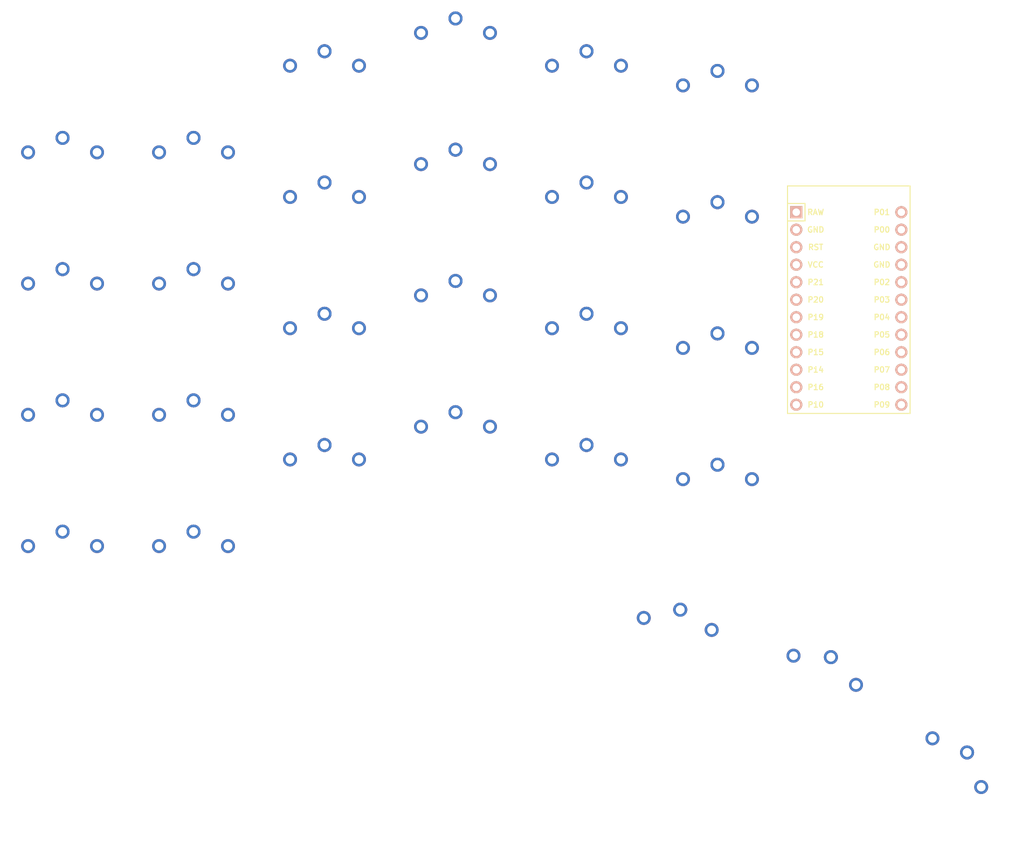
<source format=kicad_pcb>
(kicad_pcb (version 20221018) (generator pcbnew)
  (title_block (title "simple_split") (rev "v1.0.0") (company "Unknown"))
  (layers (0 "F.Cu" signal) (31 "B.Cu" signal) (34 "B.Paste" user) (35 "F.Paste" user) (36 "B.SilkS" user "B.Silkscreen") (37 "F.SilkS" user "F.Silkscreen") (38 "B.Mask" user) (39 "F.Mask" user) (44 "Edge.Cuts" user))
  (net 0 "")
  (net 1 "GND")
  (net 2 "matrix_outer_bottom")
  (net 3 "matrix_outer_home")
  (net 4 "matrix_outer_top")
  (net 5 "matrix_outer_numbers")
  (net 6 "matrix_pinky_bottom")
  (net 7 "matrix_pinky_home")
  (net 8 "matrix_pinky_top")
  (net 9 "matrix_pinky_numbers")
  (net 10 "matrix_ring_bottom")
  (net 11 "matrix_ring_home")
  (net 12 "matrix_ring_top")
  (net 13 "matrix_ring_numbers")
  (net 14 "matrix_middle_bottom")
  (net 15 "matrix_middle_home")
  (net 16 "matrix_middle_top")
  (net 17 "matrix_middle_numbers")
  (net 18 "matrix_index_bottom")
  (net 19 "matrix_index_home")
  (net 20 "matrix_index_top")
  (net 21 "matrix_index_numbers")
  (net 22 "matrix_inner_bottom")
  (net 23 "matrix_inner_home")
  (net 24 "matrix_inner_top")
  (net 25 "matrix_inner_numbers")
  (net 26 "thumb_tucky")
  (net 27 "thumb_reachy")
  (net 28 "thumb_reacher")
  (net 29 "RAW")
  (net 30 "RST")
  (net 31 "VCC")
  (net 32 "P0")
  (footprint "PG1350" (layer "F.Cu") (at 170.28 150.6855)
    (fp_text reference "S6" hide)
    (fp_text value "" hide)
    (pad "" np_thru_hole circle (at -5.5 0) (size 1.7018 1.7018) (drill 1.7018) (layers "*.Cu" "*.Mask"))
    (pad "" np_thru_hole circle (at 0 0) (size 3.429 3.429) (drill 3.429) (layers "*.Cu" "*.Mask"))
    (pad "" np_thru_hole circle (at 5.5 0) (size 1.7018 1.7018) (drill 1.7018) (layers "*.Cu" "*.Mask"))
    (pad "1" thru_hole circle (at -5 -3.8) (size 2.032 2.032) (drill 1.27) (layers "*.Cu" "*.Mask") (net 1 "GND"))
    (pad "1" thru_hole circle (at 5 -3.8) (size 2.032 2.032) (drill 1.27) (layers "*.Cu" "*.Mask") (net 1 "GND"))
    (pad "2" thru_hole circle (at 0 -5.9) (size 2.032 2.032) (drill 1.27) (layers "*.Cu" "*.Mask") (net 7 "matrix_pinky_home"))
    (pad "2" thru_hole circle (at 0 -5.9) (size 2.032 2.032) (drill 1.27) (layers "*.Cu" "*.Mask") (net 7 "matrix_pinky_home"))
  )
  (footprint "PG1350" (layer "F.Cu") (at 227.28 119.0625)
    (fp_text reference "S19" hide)
    (fp_text value "" hide)
    (pad "" np_thru_hole circle (at -5.5 0) (size 1.7018 1.7018) (drill 1.7018) (layers "*.Cu" "*.Mask"))
    (pad "" np_thru_hole circle (at 0 0) (size 3.429 3.429) (drill 3.429) (layers "*.Cu" "*.Mask"))
    (pad "" np_thru_hole circle (at 5.5 0) (size 1.7018 1.7018) (drill 1.7018) (layers "*.Cu" "*.Mask"))
    (pad "1" thru_hole circle (at -5 -3.8) (size 2.032 2.032) (drill 1.27) (layers "*.Cu" "*.Mask") (net 1 "GND"))
    (pad "1" thru_hole circle (at 5 -3.8) (size 2.032 2.032) (drill 1.27) (layers "*.Cu" "*.Mask") (net 1 "GND"))
    (pad "2" thru_hole circle (at 0 -5.9) (size 2.032 2.032) (drill 1.27) (layers "*.Cu" "*.Mask") (net 20 "matrix_index_top"))
    (pad "2" thru_hole circle (at 0 -5.9) (size 2.032 2.032) (drill 1.27) (layers "*.Cu" "*.Mask") (net 20 "matrix_index_top"))
  )
  (footprint "PG1350" (layer "F.Cu") (at 208.28 152.4)
    (fp_text reference "S13" hide)
    (fp_text value "" hide)
    (pad "" np_thru_hole circle (at -5.5 0) (size 1.7018 1.7018) (drill 1.7018) (layers "*.Cu" "*.Mask"))
    (pad "" np_thru_hole circle (at 0 0) (size 3.429 3.429) (drill 3.429) (layers "*.Cu" "*.Mask"))
    (pad "" np_thru_hole circle (at 5.5 0) (size 1.7018 1.7018) (drill 1.7018) (layers "*.Cu" "*.Mask"))
    (pad "1" thru_hole circle (at -5 -3.8) (size 2.032 2.032) (drill 1.27) (layers "*.Cu" "*.Mask") (net 1 "GND"))
    (pad "1" thru_hole circle (at 5 -3.8) (size 2.032 2.032) (drill 1.27) (layers "*.Cu" "*.Mask") (net 1 "GND"))
    (pad "2" thru_hole circle (at 0 -5.9) (size 2.032 2.032) (drill 1.27) (layers "*.Cu" "*.Mask") (net 14 "matrix_middle_bottom"))
    (pad "2" thru_hole circle (at 0 -5.9) (size 2.032 2.032) (drill 1.27) (layers "*.Cu" "*.Mask") (net 14 "matrix_middle_bottom"))
  )
  (footprint "PG1350" (layer "F.Cu") (at 151.28 150.6855)
    (fp_text reference "S2" hide)
    (fp_text value "" hide)
    (pad "" np_thru_hole circle (at -5.5 0) (size 1.7018 1.7018) (drill 1.7018) (layers "*.Cu" "*.Mask"))
    (pad "" np_thru_hole circle (at 0 0) (size 3.429 3.429) (drill 3.429) (layers "*.Cu" "*.Mask"))
    (pad "" np_thru_hole circle (at 5.5 0) (size 1.7018 1.7018) (drill 1.7018) (layers "*.Cu" "*.Mask"))
    (pad "1" thru_hole circle (at -5 -3.8) (size 2.032 2.032) (drill 1.27) (layers "*.Cu" "*.Mask") (net 1 "GND"))
    (pad "1" thru_hole circle (at 5 -3.8) (size 2.032 2.032) (drill 1.27) (layers "*.Cu" "*.Mask") (net 1 "GND"))
    (pad "2" thru_hole circle (at 0 -5.9) (size 2.032 2.032) (drill 1.27) (layers "*.Cu" "*.Mask") (net 3 "matrix_outer_home"))
    (pad "2" thru_hole circle (at 0 -5.9) (size 2.032 2.032) (drill 1.27) (layers "*.Cu" "*.Mask") (net 3 "matrix_outer_home"))
  )
  (footprint "PG1350" (layer "F.Cu") (at 278.314843 200.060171 -45)
    (fp_text reference "S27" hide)
    (fp_text value "" hide)
    (pad "" np_thru_hole circle (at -5.5 0) (size 1.7018 1.7018) (drill 1.7018) (layers "*.Cu" "*.Mask"))
    (pad "" np_thru_hole circle (at 0 0) (size 3.429 3.429) (drill 3.429) (layers "*.Cu" "*.Mask"))
    (pad "" np_thru_hole circle (at 5.5 0) (size 1.7018 1.7018) (drill 1.7018) (layers "*.Cu" "*.Mask"))
    (pad "1" thru_hole circle (at -5 -3.8) (size 2.032 2.032) (drill 1.27) (layers "*.Cu" "*.Mask") (net 1 "GND"))
    (pad "1" thru_hole circle (at 5 -3.8) (size 2.032 2.032) (drill 1.27) (layers "*.Cu" "*.Mask") (net 1 "GND"))
    (pad "2" thru_hole circle (at 0 -5.9) (size 2.032 2.032) (drill 1.27) (layers "*.Cu" "*.Mask") (net 28 "thumb_reacher"))
    (pad "2" thru_hole circle (at 0 -5.9) (size 2.032 2.032) (drill 1.27) (layers "*.Cu" "*.Mask") (net 28 "thumb_reacher"))
  )
  (footprint "PG1350" (layer "F.Cu") (at 227.28 100.0125)
    (fp_text reference "S20" hide)
    (fp_text value "" hide)
    (pad "" np_thru_hole circle (at -5.5 0) (size 1.7018 1.7018) (drill 1.7018) (layers "*.Cu" "*.Mask"))
    (pad "" np_thru_hole circle (at 0 0) (size 3.429 3.429) (drill 3.429) (layers "*.Cu" "*.Mask"))
    (pad "" np_thru_hole circle (at 5.5 0) (size 1.7018 1.7018) (drill 1.7018) (layers "*.Cu" "*.Mask"))
    (pad "1" thru_hole circle (at -5 -3.8) (size 2.032 2.032) (drill 1.27) (layers "*.Cu" "*.Mask") (net 1 "GND"))
    (pad "1" thru_hole circle (at 5 -3.8) (size 2.032 2.032) (drill 1.27) (layers "*.Cu" "*.Mask") (net 1 "GND"))
    (pad "2" thru_hole circle (at 0 -5.9) (size 2.032 2.032) (drill 1.27) (layers "*.Cu" "*.Mask") (net 21 "matrix_index_numbers"))
    (pad "2" thru_hole circle (at 0 -5.9) (size 2.032 2.032) (drill 1.27) (layers "*.Cu" "*.Mask") (net 21 "matrix_index_numbers"))
  )
  (footprint "PG1350" (layer "F.Cu") (at 227.28 157.1625)
    (fp_text reference "S17" hide)
    (fp_text value "" hide)
    (pad "" np_thru_hole circle (at -5.5 0) (size 1.7018 1.7018) (drill 1.7018) (layers "*.Cu" "*.Mask"))
    (pad "" np_thru_hole circle (at 0 0) (size 3.429 3.429) (drill 3.429) (layers "*.Cu" "*.Mask"))
    (pad "" np_thru_hole circle (at 5.5 0) (size 1.7018 1.7018) (drill 1.7018) (layers "*.Cu" "*.Mask"))
    (pad "1" thru_hole circle (at -5 -3.8) (size 2.032 2.032) (drill 1.27) (layers "*.Cu" "*.Mask") (net 1 "GND"))
    (pad "1" thru_hole circle (at 5 -3.8) (size 2.032 2.032) (drill 1.27) (layers "*.Cu" "*.Mask") (net 1 "GND"))
    (pad "2" thru_hole circle (at 0 -5.9) (size 2.032 2.032) (drill 1.27) (layers "*.Cu" "*.Mask") (net 18 "matrix_index_bottom"))
    (pad "2" thru_hole circle (at 0 -5.9) (size 2.032 2.032) (drill 1.27) (layers "*.Cu" "*.Mask") (net 18 "matrix_index_bottom"))
  )
  (footprint "PG1350" (layer "F.Cu") (at 151.28 131.6355)
    (fp_text reference "S3" hide)
    (fp_text value "" hide)
    (pad "" np_thru_hole circle (at -5.5 0) (size 1.7018 1.7018) (drill 1.7018) (layers "*.Cu" "*.Mask"))
    (pad "" np_thru_hole circle (at 0 0) (size 3.429 3.429) (drill 3.429) (layers "*.Cu" "*.Mask"))
    (pad "" np_thru_hole circle (at 5.5 0) (size 1.7018 1.7018) (drill 1.7018) (layers "*.Cu" "*.Mask"))
    (pad "1" thru_hole circle (at -5 -3.8) (size 2.032 2.032) (drill 1.27) (layers "*.Cu" "*.Mask") (net 1 "GND"))
    (pad "1" thru_hole circle (at 5 -3.8) (size 2.032 2.032) (drill 1.27) (layers "*.Cu" "*.Mask") (net 1 "GND"))
    (pad "2" thru_hole circle (at 0 -5.9) (size 2.032 2.032) (drill 1.27) (layers "*.Cu" "*.Mask") (net 4 "matrix_outer_top"))
    (pad "2" thru_hole circle (at 0 -5.9) (size 2.032 2.032) (drill 1.27) (layers "*.Cu" "*.Mask") (net 4 "matrix_outer_top"))
  )
  (footprint "ProMicro" (layer "F.Cu") (at 265.33 131.445 -90)
    (fp_text reference "MCU1" hide)
    (fp_text value "" hide)
    (fp_text user "P00" (at -11.43 -4.8) (layer "F.SilkS") (effects (font (size 0.8 0.8))))
    (fp_text user "GND" (at -6.35 -4.8) (layer "F.SilkS") (effects (font (size 0.8 0.8))))
    (fp_text user "P21" (at -3.81 4.8) (layer "F.SilkS") (effects (font (size 0.8 0.8))))
    (fp_text user "P18" (at 3.81 4.8) (layer "F.SilkS") (effects (font (size 0.8 0.8))))
    (fp_text user "P08" (at 11.43 -4.8) (layer "F.SilkS") (effects (font (size 0.8 0.8))))
    (fp_text user "P20" (at -1.27 4.8) (layer "F.SilkS") (effects (font (size 0.8 0.8))))
    (fp_text user "P03" (at -1.27 -4.8) (layer "F.SilkS") (effects (font (size 0.8 0.8))))
    (fp_text user "P06" (at 6.35 -4.8) (layer "F.SilkS") (effects (font (size 0.8 0.8))))
    (fp_text user "P16" (at 11.43 4.8) (layer "F.SilkS") (effects (font (size 0.8 0.8))))
    (fp_text user "P01" (at -13.97 -4.8) (layer "F.SilkS") (effects (font (size 0.8 0.8))))
    (fp_text user "P09" (at 13.97 -4.8) (layer "F.SilkS") (effects (font (size 0.8 0.8))))
    (fp_text user "RST" (at -8.89 4.8) (layer "F.SilkS") (effects (font (size 0.8 0.8))))
    (fp_text user "P04" (at 1.27 -4.8) (layer "F.SilkS") (effects (font (size 0.8 0.8))))
    (fp_text user "P14" (at 8.89 4.8) (layer "F.SilkS") (effects (font (size 0.8 0.8))))
    (fp_text user "P07" (at 8.89 -4.8) (layer "F.SilkS") (effects (font (size 0.8 0.8))))
    (fp_text user "P05" (at 3.81 -4.8) (layer "F.SilkS") (effects (font (size 0.8 0.8))))
    (fp_text user "P19" (at 1.27 4.8) (layer "F.SilkS") (effects (font (size 0.8 0.8))))
    (fp_text user "RAW" (at -13.97 4.8) (layer "F.SilkS") (effects (font (size 0.8 0.8))))
    (fp_text user "VCC" (at -6.35 4.8) (layer "F.SilkS") (effects (font (size 0.8 0.8))))
    (fp_text user "GND" (at -8.89 -4.8) (layer "F.SilkS") (effects (font (size 0.8 0.8))))
    (fp_text user "P02" (at -3.81 -4.8) (layer "F.SilkS") (effects (font (size 0.8 0.8))))
    (fp_text user "P10" (at 13.97 4.8) (layer "F.SilkS") (effects (font (size 0.8 0.8))))
    (fp_text user "GND" (at -11.43 4.8) (layer "F.SilkS") (effects (font (size 0.8 0.8))))
    (fp_text user "P15" (at 6.35 4.8) (layer "F.SilkS") (effects (font (size 0.8 0.8))))
    (fp_line (start -17.78 -8.89) (end -17.78 8.89) (stroke (width 0.15)) (layer "F.SilkS"))
    (fp_line (start -17.78 8.89) (end 15.24 8.89) (stroke (width 0.15)) (layer "F.SilkS"))
    (fp_line (start -15.24 6.35) (end -15.24 8.89) (stroke (width 0.15)) (layer "F.SilkS"))
    (fp_line (start -15.24 6.35) (end -12.7 6.35) (stroke (width 0.15)) (layer "F.SilkS"))
    (fp_line (start -12.7 6.35) (end -12.7 8.89) (stroke (width 0.15)) (layer "F.SilkS"))
    (fp_line (start 15.24 -8.89) (end -17.78 -8.89) (stroke (width 0.15)) (layer "F.SilkS"))
    (fp_line (start 15.24 8.89) (end 15.24 -8.89) (stroke (width 0.15)) (layer "F.SilkS"))
    (pad "1" thru_hole rect (at -13.97 7.62 270) (size 1.7526 1.7526) (drill 1.0922) (layers "*.Cu" "*.SilkS" "*.Mask") (net 29 "RAW"))
    (pad "2" thru_hole circle (at -11.43 7.62) (size 1.7526 1.7526) (drill 1.0922) (layers "*.Cu" "*.SilkS" "*.Mask") (net 1 "GND"))
    (pad "3" thru_hole circle (at -8.89 7.62) (size 1.7526 1.7526) (drill 1.0922) (layers "*.Cu" "*.SilkS" "*.Mask") (net 30 "RST"))
    (pad "4" thru_hole circle (at -6.35 7.62) (size 1.7526 1.7526) (drill 1.0922) (layers "*.Cu" "*.SilkS" "*.Mask") (net 31 "VCC"))
    (pad "5" thru_hole circle (at -3.81 7.62) (size 1.7526 1.7526) (drill 1.0922) (layers "*.Cu" "*.SilkS" "*.Mask") (net 24 "matrix_inner_top"))
    (pad "6" thru_hole circle (at -1.27 7.62) (size 1.7526 1.7526) (drill 1.0922) (layers "*.Cu" "*.SilkS" "*.Mask") (net 20 "matrix_index_top"))
    (pad "7" thru_hole circle (at 1.27 7.62) (size 1.7526 1.7526) (drill 1.0922) (layers "*.Cu" "*.SilkS" "*.Mask") (net 16 "matrix_middle_top"))
    (pad "8" thru_hole circle (at 3.81 7.62) (size 1.7526 1.7526) (drill 1.0922) (layers "*.Cu" "*.SilkS" "*.Mask") (net 12 "matrix_ring_top"))
    (pad "9" thru_hole circle (at 6.35 7.62) (size 1.7526 1.7526) (drill 1.0922) (layers "*.Cu" "*.SilkS" "*.Mask") (net 7 "matrix_pinky_home"))
    (pad "10" thru_hole circle (at 8.89 7.62) (size 1.7526 1.7526) (drill 1.0922) (layers "*.Cu" "*.SilkS" "*.Mask") (net 11 "matrix_ring_home"))
    (pad "11" thru_hole circle (at 11.43 7.62) (size 1.7526 1.7526) (drill 1.0922) (layers "*.Cu" "*.SilkS" "*.Mask") (net 15 "matrix_middle_home"))
    (pad "12" thru_hole circle (at 13.97 7.62) (size 1.7526 1.7526) (drill 1.0922) (layers "*.Cu" "*.SilkS" "*.Mask") (net 19 "matrix_index_home"))
    (pad "13" thru_hole circle (at -13.97 -7.62) (size 1.7526 1.7526) (drill 1.0922) (layers "*.Cu" "*.SilkS" "*.Mask") (net 23 "matrix_inner_home"))
    (pad "14" thru_hole circle (at -11.43 -7.62) (size 1.7526 1.7526) (drill 1.0922) (layers "*.Cu" "*.SilkS" "*.Mask") (net 32 "P0"))
    (pad "15" thru_hole circle (at -8.89 -7.62) (size 1.7526 1.7526) (drill 1.0922) (layers "*.Cu" "*.SilkS" "*.Mask") (net 1 "GND"))
    (pad "16" thru_hole circle (at -6.35 -7.62) (size 1.7526 1.7526) (drill 1.0922) (layers "*.Cu" "*.SilkS" "*.Mask") (net 1 "GND"))
    (pad "17" thru_hole circle (at -3.81 -7.62) (size 1.7526 1.7526) (drill 1.0922) (layers "*.Cu" "*.SilkS" "*.Mask") (net 6 "matrix_pinky_bottom"))
    (pad "18" thru_hole circle (at -1.27 -7.62) (size 1.7526 1.7526) (drill 1.0922) (layers "*.Cu" "*.SilkS" "*.Mask") (net 10 "matrix_ring_bottom"))
    (pad "19" thru_hole circle (at 1.27 -7.62) (size 1.7526 1.7526) (drill 1.0922) (layers "*.Cu" "*.SilkS" "*.Mask") (net 14 "matrix_middle_bottom"))
    (pad "20" thru_hole circle (at 3.81 -7.62) (size 1.7526 1.7526) (drill 1.0922) (layers "*.Cu" "*.SilkS" "*.Mask") (net 18 "matrix_index_bottom"))
    (pad "21" thru_hole circle (at 6.35 -7.62) (size 1.7526 1.7526) (drill 1.0922) (layers "*.Cu" "*.SilkS" "*.Mask") (net 22 "matrix_inner_bottom"))
    (pad "22" thru_hole circle (at 8.89 -7.62) (size 1.7526 1.7526) (drill 1.0922) (layers "*.Cu" "*.SilkS" "*.Mask") (net 8 "matrix_pinky_top"))
    (pad "23" thru_hole circle (at 11.43 -7.62) (size 1.7526 1.7526) (drill 1.0922) (layers "*.Cu" "*.SilkS" "*.Mask") (net 26 "thumb_tucky"))
    (pad "24" thru_hole circle (at 13.97 -7.62) (size 1.7526 1.7526) (drill 1.0922) (layers "*.Cu" "*.SilkS" "*.Mask") (net 27 "thumb_reachy"))
  )
  (footprint "PG1350" (layer "F.Cu") (at 170.28 112.5855)
    (fp_text reference "S8" hide)
    (fp_text value "" hide)
    (pad "" np_thru_hole circle (at -5.5 0) (size 1.7018 1.7018) (drill 1.7018) (layers "*.Cu" "*.Mask"))
    (pad "" np_thru_hole circle (at 0 0) (size 3.429 3.429) (drill 3.429) (layers "*.Cu" "*.Mask"))
    (pad "" np_thru_hole circle (at 5.5 0) (size 1.7018 1.7018) (drill 1.7018) (layers "*.Cu" "*.Mask"))
    (pad "1" thru_hole circle (at -5 -3.8) (size 2.032 2.032) (drill 1.27) (layers "*.Cu" "*.Mask") (net 1 "GND"))
    (pad "1" thru_hole circle (at 5 -3.8) (size 2.032 2.032) (drill 1.27) (layers "*.Cu" "*.Mask") (net 1 "GND"))
    (pad "2" thru_hole circle (at 0 -5.9) (size 2.032 2.032) (drill 1.27) (layers "*.Cu" "*.Mask") (net 9 "matrix_pinky_numbers"))
    (pad "2" thru_hole circle (at 0 -5.9) (size 2.032 2.032) (drill 1.27) (layers "*.Cu" "*.Mask") (net 9 "matrix_pinky_numbers"))
  )
  (footprint "PG1350" (layer "F.Cu") (at 208.28 114.3)
    (fp_text reference "S15" hide)
    (fp_text value "" hide)
    (pad "" np_thru_hole circle (at -5.5 0) (size 1.7018 1.7018) (drill 1.7018) (layers "*.Cu" "*.Mask"))
    (pad "" np_thru_hole circle (at 0 0) (size 3.429 3.429) (drill 3.429) (layers "*.Cu" "*.Mask"))
    (pad "" np_thru_hole circle (at 5.5 0) (size 1.7018 1.7018) (drill 1.7018) (layers "*.Cu" "*.Mask"))
    (pad "1" thru_hole circle (at -5 -3.8) (size 2.032 2.032) (drill 1.27) (layers "*.Cu" "*.Mask") (net 1 "GND"))
    (pad "1" thru_hole circle (at 5 -3.8) (size 2.032 2.032) (drill 1.27) (layers "*.Cu" "*.Mask") (net 1 "GND"))
    (pad "2" thru_hole circle (at 0 -5.9) (size 2.032 2.032) (drill 1.27) (layers "*.Cu" "*.Mask") (net 16 "matrix_middle_top"))
    (pad "2" thru_hole circle (at 0 -5.9) (size 2.032 2.032) (drill 1.27) (layers "*.Cu" "*.Mask") (net 16 "matrix_middle_top"))
  )
  (footprint "PG1350" (layer "F.Cu") (at 227.28 138.1125)
    (fp_text reference "S18" hide)
    (fp_text value "" hide)
    (pad "" np_thru_hole circle (at -5.5 0) (size 1.7018 1.7018) (drill 1.7018) (layers "*.Cu" "*.Mask"))
    (pad "" np_thru_hole circle (at 0 0) (size 3.429 3.429) (drill 3.429) (layers "*.Cu" "*.Mask"))
    (pad "" np_thru_hole circle (at 5.5 0) (size 1.7018 1.7018) (drill 1.7018) (layers "*.Cu" "*.Mask"))
    (pad "1" thru_hole circle (at -5 -3.8) (size 2.032 2.032) (drill 1.27) (layers "*.Cu" "*.Mask") (net 1 "GND"))
    (pad "1" thru_hole circle (at 5 -3.8) (size 2.032 2.032) (drill 1.27) (layers "*.Cu" "*.Mask") (net 1 "GND"))
    (pad "2" thru_hole circle (at 0 -5.9) (size 2.032 2.032) (drill 1.27) (layers "*.Cu" "*.Mask") (net 19 "matrix_index_home"))
    (pad "2" thru_hole circle (at 0 -5.9) (size 2.032 2.032) (drill 1.27) (layers "*.Cu" "*.Mask") (net 19 "matrix_index_home"))
  )
  (footprint "PG1350" (layer "F.Cu") (at 208.28 133.35)
    (fp_text reference "S14" hide)
    (fp_text value "" hide)
    (pad "" np_thru_hole circle (at -5.5 0) (size 1.7018 1.7018) (drill 1.7018) (layers "*.Cu" "*.Mask"))
    (pad "" np_thru_hole circle (at 0 0) (size 3.429 3.429) (drill 3.429) (layers "*.Cu" "*.Mask"))
    (pad "" np_thru_hole circle (at 5.5 0) (size 1.7018 1.7018) (drill 1.7018) (layers "*.Cu" "*.Mask"))
    (pad "1" thru_hole circle (at -5 -3.8) (size 2.032 2.032) (drill 1.27) (layers "*.Cu" "*.Mask") (net 1 "GND"))
    (pad "1" thru_hole circle (at 5 -3.8) (size 2.032 2.032) (drill 1.27) (layers "*.Cu" "*.Mask") (net 1 "GND"))
    (pad "2" thru_hole circle (at 0 -5.9) (size 2.032 2.032) (drill 1.27) (layers "*.Cu" "*.Mask") (net 15 "matrix_middle_home"))
    (pad "2" thru_hole circle (at 0 -5.9) (size 2.032 2.032) (drill 1.27) (layers "*.Cu" "*.Mask") (net 15 "matrix_middle_home"))
  )
  (footprint "PG1350" (layer "F.Cu") (at 170.28 169.7355)
    (fp_text reference "S5" hide)
    (fp_text value "" hide)
    (pad "" np_thru_hole circle (at -5.5 0) (size 1.7018 1.7018) (drill 1.7018) (layers "*.Cu" "*.Mask"))
    (pad "" np_thru_hole circle (at 0 0) (size 3.429 3.429) (drill 3.429) (layers "*.Cu" "*.Mask"))
    (pad "" np_thru_hole circle (at 5.5 0) (size 1.7018 1.7018) (drill 1.7018) (layers "*.Cu" "*.Mask"))
    (pad "1" thru_hole circle (at -5 -3.8) (size 2.032 2.032) (drill 1.27) (layers "*.Cu" "*.Mask") (net 1 "GND"))
    (pad "1" thru_hole circle (at 5 -3.8) (size 2.032 2.032) (drill 1.27) (layers "*.Cu" "*.Mask") (net 1 "GND"))
    (pad "2" thru_hole circle (at 0 -5.9) (size 2.032 2.032) (drill 1.27) (layers "*.Cu" "*.Mask") (net 6 "matrix_pinky_bottom"))
    (pad "2" thru_hole circle (at 0 -5.9) (size 2.032 2.032) (drill 1.27) (layers "*.Cu" "*.Mask") (net 6 "matrix_pinky_bottom"))
  )
  (footprint "PG1350" (layer "F.Cu") (at 189.28 157.1625)
    (fp_text reference "S9" hide)
    (fp_text value "" hide)
    (pad "" np_thru_hole circle (at -5.5 0) (size 1.7018 1.7018) (drill 1.7018) (layers "*.Cu" "*.Mask"))
    (pad "" np_thru_hole circle (at 0 0) (size 3.429 3.429) (drill 3.429) (layers "*.Cu" "*.Mask"))
    (pad "" np_thru_hole circle (at 5.5 0) (size 1.7018 1.7018) (drill 1.7018) (layers "*.Cu" "*.Mask"))
    (pad "1" thru_hole circle (at -5 -3.8) (size 2.032 2.032) (drill 1.27) (layers "*.Cu" "*.Mask") (net 1 "GND"))
    (pad "1" thru_hole circle (at 5 -3.8) (size 2.032 2.032) (drill 1.27) (layers "*.Cu" "*.Mask") (net 1 "GND"))
    (pad "2" thru_hole circle (at 0 -5.9) (size 2.032 2.032) (drill 1.27) (layers "*.Cu" "*.Mask") (net 10 "matrix_ring_bottom"))
    (pad "2" thru_hole circle (at 0 -5.9) (size 2.032 2.032) (drill 1.27) (layers "*.Cu" "*.Mask") (net 10 "matrix_ring_bottom"))
  )
  (footprint "PG1350" (layer "F.Cu") (at 260.237316 187.40215 -25)
    (fp_text reference "S26" hide)
    (fp_text value "" hide)
    (pad "" np_thru_hole circle (at -5.5 0) (size 1.7018 1.7018) (drill 1.7018) (layers "*.Cu" "*.Mask"))
    (pad "" np_thru_hole circle (at 0 0) (size 3.429 3.429) (drill 3.429) (layers "*.Cu" "*.Mask"))
    (pad "" np_thru_hole circle (at 5.5 0) (size 1.7018 1.7018) (drill 1.7018) (layers "*.Cu" "*.Mask"))
    (pad "1" thru_hole circle (at -5 -3.8) (size 2.032 2.032) (drill 1.27) (layers "*.Cu" "*.Mask") (net 1 "GND"))
    (pad "1" thru_hole circle (at 5 -3.8) (size 2.032 2.032) (drill 1.27) (layers "*.Cu" "*.Mask") (net 1 "GND"))
    (pad "2" thru_hole circle (at 0 -5.9) (size 2.032 2.032) (drill 1.27) (layers "*.Cu" "*.Mask") (net 27 "thumb_reachy"))
    (pad "2" thru_hole circle (at 0 -5.9) (size 2.032 2.032) (drill 1.27) (layers "*.Cu" "*.Mask") (net 27 "thumb_reachy"))
  )
  (footprint "PG1350" (layer "F.Cu") (at 246.28 140.97)
    (fp_text reference "S22" hide)
    (fp_text value "" hide)
    (pad "" np_thru_hole circle (at -5.5 0) (size 1.7018 1.7018) (drill 1.7018) (layers "*.Cu" "*.Mask"))
    (pad "" np_thru_hole circle (at 0 0) (size 3.429 3.429) (drill 3.429) (layers "*.Cu" "*.Mask"))
    (pad "" np_thru_hole circle (at 5.5 0) (size 1.7018 1.7018) (drill 1.7018) (layers "*.Cu" "*.Mask"))
    (pad "1" thru_hole circle (at -5 -3.8) (size 2.032 2.032) (drill 1.27) (layers "*.Cu" "*.Mask") (net 1 "GND"))
    (pad "1" thru_hole circle (at 5 -3.8) (size 2.032 2.032) (drill 1.27) (layers "*.Cu" "*.Mask") (net 1 "GND"))
    (pad "2" thru_hole circle (at 0 -5.9) (size 2.032 2.032) (drill 1.27) (layers "*.Cu" "*.Mask") (net 23 "matrix_inner_home"))
    (pad "2" thru_hole circle (at 0 -5.9) (size 2.032 2.032) (drill 1.27) (layers "*.Cu" "*.Mask") (net 23 "matrix_inner_home"))
  )
  (footprint "PG1350" (layer "F.Cu") (at 246.28 160.02)
    (fp_text reference "S21" hide)
    (fp_text value "" hide)
    (pad "" np_thru_hole circle (at -5.5 0) (size 1.7018 1.7018) (drill 1.7018) (layers "*.Cu" "*.Mask"))
    (pad "" np_thru_hole circle (at 0 0) (size 3.429 3.429) (drill 3.429) (layers "*.Cu" "*.Mask"))
    (pad "" np_thru_hole circle (at 5.5 0) (size 1.7018 1.7018) (drill 1.7018) (layers "*.Cu" "*.Mask"))
    (pad "1" thru_hole circle (at -5 -3.8) (size 2.032 2.032) (drill 1.27) (layers "*.Cu" "*.Mask") (net 1 "GND"))
    (pad "1" thru_hole circle (at 5 -3.8) (size 2.032 2.032) (drill 1.27) (layers "*.Cu" "*.Mask") (net 1 "GND"))
    (pad "2" thru_hole circle (at 0 -5.9) (size 2.032 2.032) (drill 1.27) (layers "*.Cu" "*.Mask") (net 22 "matrix_inner_bottom"))
    (pad "2" thru_hole circle (at 0 -5.9) (size 2.032 2.032) (drill 1.27) (layers "*.Cu" "*.Mask") (net 22 "matrix_inner_bottom"))
  )
  (footprint "PG1350" (layer "F.Cu") (at 189.28 100.0125)
    (fp_text reference "S12" hide)
    (fp_text value "" hide)
    (pad "" np_thru_hole circle (at -5.5 0) (size 1.7018 1.7018) (drill 1.7018) (layers "*.Cu" "*.Mask"))
    (pad "" np_thru_hole circle (at 0 0) (size 3.429 3.429) (drill 3.429) (layers "*.Cu" "*.Mask"))
    (pad "" np_thru_hole circle (at 5.5 0) (size 1.7018 1.7018) (drill 1.7018) (layers "*.Cu" "*.Mask"))
    (pad "1" thru_hole circle (at -5 -3.8) (size 2.032 2.032) (drill 1.27) (layers "*.Cu" "*.Mask") (net 1 "GND"))
    (pad "1" thru_hole circle (at 5 -3.8) (size 2.032 2.032) (drill 1.27) (layers "*.Cu" "*.Mask") (net 1 "GND"))
    (pad "2" thru_hole circle (at 0 -5.9) (size 2.032 2.032) (drill 1.27) (layers "*.Cu" "*.Mask") (net 13 "matrix_ring_numbers"))
    (pad "2" thru_hole circle (at 0 -5.9) (size 2.032 2.032) (drill 1.27) (layers "*.Cu" "*.Mask") (net 13 "matrix_ring_numbers"))
  )
  (footprint "PG1350" (layer "F.Cu") (at 151.28 169.7355)
    (fp_text reference "S1" hide)
    (fp_text value "" hide)
    (pad "" np_thru_hole circle (at -5.5 0) (size 1.7018 1.7018) (drill 1.7018) (layers "*.Cu" "*.Mask"))
    (pad "" np_thru_hole circle (at 0 0) (size 3.429 3.429) (drill 3.429) (layers "*.Cu" "*.Mask"))
    (pad "" np_thru_hole circle (at 5.5 0) (size 1.7018 1.7018) (drill 1.7018) (layers "*.Cu" "*.Mask"))
    (pad "1" thru_hole circle (at -5 -3.8) (size 2.032 2.032) (drill 1.27) (layers "*.Cu" "*.Mask") (net 1 "GND"))
    (pad "1" thru_hole circle (at 5 -3.8) (size 2.032 2.032) (drill 1.27) (layers "*.Cu" "*.Mask") (net 1 "GND"))
    (pad "2" thru_hole circle (at 0 -5.9) (size 2.032 2.032) (drill 1.27) (layers "*.Cu" "*.Mask") (net 2 "matrix_outer_bottom"))
    (pad "2" thru_hole circle (at 0 -5.9) (size 2.032 2.032) (drill 1.27) (layers "*.Cu" "*.Mask") (net 2 "matrix_outer_bottom"))
  )
  (footprint "PG1350" (layer "F.Cu") (at 208.28 95.25)
    (fp_text reference "S16" hide)
    (fp_text value "" hide)
    (pad "" np_thru_hole circle (at -5.5 0) (size 1.7018 1.7018) (drill 1.7018) (layers "*.Cu" "*.Mask"))
    (pad "" np_thru_hole circle (at 0 0) (size 3.429 3.429) (drill 3.429) (layers "*.Cu" "*.Mask"))
    (pad "" np_thru_hole circle (at 5.5 0) (size 1.7018 1.7018) (drill 1.7018) (layers "*.Cu" "*.Mask"))
    (pad "1" thru_hole circle (at -5 -3.8) (size 2.032 2.032) (drill 1.27) (layers "*.Cu" "*.Mask") (net 1 "GND"))
    (pad "1" thru_hole circle (at 5 -3.8) (size 2.032 2.032) (drill 1.27) (layers "*.Cu" "*.Mask") (net 1 "GND"))
    (pad "2" thru_hole circle (at 0 -5.9) (size 2.032 2.032) (drill 1.27) (layers "*.Cu" "*.Mask") (net 17 "matrix_middle_numbers"))
    (pad "2" thru_hole circle (at 0 -5.9) (size 2.032 2.032) (drill 1.27) (layers "*.Cu" "*.Mask") (net 17 "matrix_middle_numbers"))
  )
  (footprint "PG1350" (layer "F.Cu") (at 189.28 119.0625)
    (fp_text reference "S11" hide)
    (fp_text value "" hide)
    (pad "" np_thru_hole circle (at -5.5 0) (size 1.7018 1.7018) (drill 1.7018) (layers "*.Cu" "*.Mask"))
    (pad "" np_thru_hole circle (at 0 0) (size 3.429 3.429) (drill 3.429) (layers "*.Cu" "*.Mask"))
    (pad "" np_thru_hole circle (at 5.5 0) (size 1.7018 1.7018) (drill 1.7018) (layers "*.Cu" "*.Mask"))
    (pad "1" thru_hole circle (at -5 -3.8) (size 2.032 2.032) (drill 1.27) (layers "*.Cu" "*.Mask") (net 1 "GND"))
    (pad "1" thru_hole circle (at 5 -3.8) (size 2.032 2.032) (drill 1.27) (layers "*.Cu" "*.Mask") (net 1 "GND"))
    (pad "2" thru_hole circle (at 0 -5.9) (size 2.032 2.032) (drill 1.27) (layers "*.Cu" "*.Mask") (net 12 "matrix_ring_top"))
    (pad "2" thru_hole circle (at 0 -5.9) (size 2.032 2.032) (drill 1.27) (layers "*.Cu" "*.Mask") (net 12 "matrix_ring_top"))
  )
  (footprint "PG1350" (layer "F.Cu") (at 189.28 138.1125)
    (fp_text reference "S10" hide)
    (fp_text value "" hide)
    (pad "" np_thru_hole circle (at -5.5 0) (size 1.7018 1.7018) (drill 1.7018) (layers "*.Cu" "*.Mask"))
    (pad "" np_thru_hole circle (at 0 0) (size 3.429 3.429) (drill 3.429) (layers "*.Cu" "*.Mask"))
    (pad "" np_thru_hole circle (at 5.5 0) (size 1.7018 1.7018) (drill 1.7018) (layers "*.Cu" "*.Mask"))
    (pad "1" thru_hole circle (at -5 -3.8) (size 2.032 2.032) (drill 1.27) (layers "*.Cu" "*.Mask") (net 1 "GND"))
    (pad "1" thru_hole circle (at 5 -3.8) (size 2.032 2.032) (drill 1.27) (layers "*.Cu" "*.Mask") (net 1 "GND"))
    (pad "2" thru_hole circle (at 0 -5.9) (size 2.032 2.032) (drill 1.27) (layers "*.Cu" "*.Mask") (net 11 "matrix_ring_home"))
    (pad "2" thru_hole circle (at 0 -5.9) (size 2.032 2.032) (drill 1.27) (layers "*.Cu" "*.Mask") (net 11 "matrix_ring_home"))
  )
  (footprint "PG1350" (layer "F.Cu") (at 170.28 131.6355)
    (fp_text reference "S7" hide)
    (fp_text value "" hide)
    (pad "" np_thru_hole circle (at -5.5 0) (size 1.7018 1.7018) (drill 1.7018) (layers "*.Cu" "*.Mask"))
    (pad "" np_thru_hole circle (at 0 0) (size 3.429 3.429) (drill 3.429) (layers "*.Cu" "*.Mask"))
    (pad "" np_thru_hole circle (at 5.5 0) (size 1.7018 1.7018) (drill 1.7018) (layers "*.Cu" "*.Mask"))
    (pad "1" thru_hole circle (at -5 -3.8) (size 2.032 2.032) (drill 1.27) (layers "*.Cu" "*.Mask") (net 1 "GND"))
    (pad "1" thru_hole circle (at 5 -3.8) (size 2.032 2.032) (drill 1.27) (layers "*.Cu" "*.Mask") (net 1 "GND"))
    (pad "2" thru_hole circle (at 0 -5.9) (size 2.032 2.032) (drill 1.27) (layers "*.Cu" "*.Mask") (net 8 "matrix_pinky_top"))
    (pad "2" thru_hole circle (at 0 -5.9) (size 2.032 2.032) (drill 1.27) (layers "*.Cu" "*.Mask") (net 8 "matrix_pinky_top"))
  )
  (footprint "PG1350" (layer "F.Cu") (at 246.28 121.92)
    (fp_text reference "S23" hide)
    (fp_text value "" hide)
    (pad "" np_thru_hole circle (at -5.5 0) (size 1.7018 1.7018) (drill 1.7018) (layers "*.Cu" "*.Mask"))
    (pad "" np_thru_hole circle (at 0 0) (size 3.429 3.429) (drill 3.429) (layers "*.Cu" "*.Mask"))
    (pad "" np_thru_hole circle (at 5.5 0) (size 1.7018 1.7018) (drill 1.7018) (layers "*.Cu" "*.Mask"))
    (pad "1" thru_hole circle (at -5 -3.8) (size 2.032 2.032) (drill 1.27) (layers "*.Cu" "*.Mask") (net 1 "GND"))
    (pad "1" thru_hole circle (at 5 -3.8) (size 2.032 2.032) (drill 1.27) (layers "*.Cu" "*.Mask") (net 1 "GND"))
    (pad "2" thru_hole circle (at 0 -5.9) (size 2.032 2.032) (drill 1.27) (layers "*.Cu" "*.Mask") (net 24 "matrix_inner_top"))
    (pad "2" thru_hole circle (at 0 -5.9) (size 2.032 2.032) (drill 1.27) (layers "*.Cu" "*.Mask") (net 24 "matrix_inner_top"))
  )
  (footprint "PG1350" (layer "F.Cu") (at 239.853 180.975 -10)
    (fp_text reference "S25" hide)
    (fp_text value "" hide)
    (pad "" np_thru_hole circle (at -5.5 0) (size 1.7018 1.7018) (drill 1.7018) (layers "*.Cu" "*.Mask"))
    (pad "" np_thru_hole circle (at 0 0) (size 3.429 3.429) (drill 3.429) (layers "*.Cu" "*.Mask"))
    (pad "" np_thru_hole circle (at 5.5 0) (size 1.7018 1.7018) (drill 1.7018) (layers "*.Cu" "*.Mask"))
    (pad "1" thru_hole circle (at -5 -3.8) (size 2.032 2.032) (drill 1.27) (layers "*.Cu" "*.Mask") (net 1 "GND"))
    (pad "1" thru_hole circle (at 5 -3.8) (size 2.032 2.032) (drill 1.27) (layers "*.Cu" "*.Mask") (net 1 "GND"))
    (pad "2" thru_hole circle (at 0 -5.9) (size 2.032 2.032) (drill 1.27) (layers "*.Cu" "*.Mask") (net 26 "thumb_tucky"))
    (pad "2" thru_hole circle (at 0 -5.9) (size 2.032 2.032) (drill 1.27) (layers "*.Cu" "*.Mask") (net 26 "thumb_tucky"))
  )
  (footprint "PG1350" (layer "F.Cu") (at 246.28 102.87)
    (fp_text reference "S24" hide)
    (fp_text value "" hide)
    (pad "" np_thru_hole circle (at -5.5 0) (size 1.7018 1.7018) (drill 1.7018) (layers "*.Cu" "*.Mask"))
    (pad "" np_thru_hole circle (at 0 0) (size 3.429 3.429) (drill 3.429) (layers "*.Cu" "*.Mask"))
    (pad "" np_thru_hole circle (at 5.5 0) (size 1.7018 1.7018) (drill 1.7018) (layers "*.Cu" "*.Mask"))
    (pad "1" thru_hole circle (at -5 -3.8) (size 2.032 2.032) (drill 1.27) (layers "*.Cu" "*.Mask") (net 1 "GND"))
    (pad "1" thru_hole circle (at 5 -3.8) (size 2.032 2.032) (drill 1.27) (layers "*.Cu" "*.Mask") (net 1 "GND"))
    (pad "2" thru_hole circle (at 0 -5.9) (size 2.032 2.032) (drill 1.27) (layers "*.Cu" "*.Mask") (net 25 "matrix_inner_numbers"))
    (pad "2" thru_hole circle (at 0 -5.9) (size 2.032 2.032) (drill 1.27) (layers "*.Cu" "*.Mask") (net 25 "matrix_inner_numbers"))
  )
  (footprint "PG1350" (layer "F.Cu") (at 151.28 112.5855)
    (fp_text reference "S4" hide)
    (fp_text value "" hide)
    (pad "" np_thru_hole circle (at -5.5 0) (size 1.7018 1.7018) (drill 1.7018) (layers "*.Cu" "*.Mask"))
    (pad "" np_thru_hole circle (at 0 0) (size 3.429 3.429) (drill 3.429) (layers "*.Cu" "*.Mask"))
    (pad "" np_thru_hole circle (at 5.5 0) (size 1.7018 1.7018) (drill 1.7018) (layers "*.Cu" "*.Mask"))
    (pad "1" thru_hole circle (at -5 -3.8) (size 2.032 2.032) (drill 1.27) (layers "*.Cu" "*.Mask") (net 1 "GND"))
    (pad "1" thru_hole circle (at 5 -3.8) (size 2.032 2.032) (drill 1.27) (layers "*.Cu" "*.Mask") (net 1 "GND"))
    (pad "2" thru_hole circle (at 0 -5.9) (size 2.032 2.032) (drill 1.27) (layers "*.Cu" "*.Mask") (net 5 "matrix_outer_numbers"))
    (pad "2" thru_hole circle (at 0 -5.9) (size 2.032 2.032) (drill 1.27) (layers "*.Cu" "*.Mask") (net 5 "matrix_outer_numbers"))
  )
)
</source>
